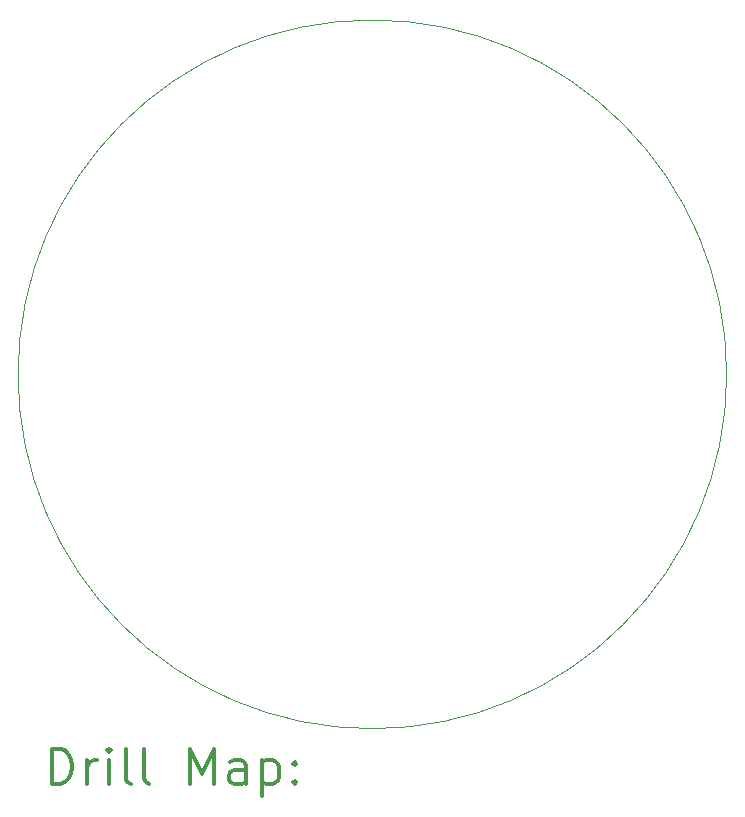
<source format=gbr>
%FSLAX45Y45*%
G04 Gerber Fmt 4.5, Leading zero omitted, Abs format (unit mm)*
G04 Created by KiCad (PCBNEW 5.1.9+dfsg1-1~bpo10+1) date 2022-05-07 14:54:36*
%MOMM*%
%LPD*%
G01*
G04 APERTURE LIST*
%TA.AperFunction,Profile*%
%ADD10C,0.050000*%
%TD*%
%ADD11C,0.200000*%
%ADD12C,0.300000*%
G04 APERTURE END LIST*
D10*
X17130000Y-9658000D02*
G75*
G03*
X17130000Y-9658000I-3000000J0D01*
G01*
D11*
D12*
X11413928Y-13126214D02*
X11413928Y-12826214D01*
X11485357Y-12826214D01*
X11528214Y-12840500D01*
X11556786Y-12869071D01*
X11571071Y-12897643D01*
X11585357Y-12954786D01*
X11585357Y-12997643D01*
X11571071Y-13054786D01*
X11556786Y-13083357D01*
X11528214Y-13111929D01*
X11485357Y-13126214D01*
X11413928Y-13126214D01*
X11713928Y-13126214D02*
X11713928Y-12926214D01*
X11713928Y-12983357D02*
X11728214Y-12954786D01*
X11742500Y-12940500D01*
X11771071Y-12926214D01*
X11799643Y-12926214D01*
X11899643Y-13126214D02*
X11899643Y-12926214D01*
X11899643Y-12826214D02*
X11885357Y-12840500D01*
X11899643Y-12854786D01*
X11913928Y-12840500D01*
X11899643Y-12826214D01*
X11899643Y-12854786D01*
X12085357Y-13126214D02*
X12056786Y-13111929D01*
X12042500Y-13083357D01*
X12042500Y-12826214D01*
X12242500Y-13126214D02*
X12213928Y-13111929D01*
X12199643Y-13083357D01*
X12199643Y-12826214D01*
X12585357Y-13126214D02*
X12585357Y-12826214D01*
X12685357Y-13040500D01*
X12785357Y-12826214D01*
X12785357Y-13126214D01*
X13056786Y-13126214D02*
X13056786Y-12969071D01*
X13042500Y-12940500D01*
X13013928Y-12926214D01*
X12956786Y-12926214D01*
X12928214Y-12940500D01*
X13056786Y-13111929D02*
X13028214Y-13126214D01*
X12956786Y-13126214D01*
X12928214Y-13111929D01*
X12913928Y-13083357D01*
X12913928Y-13054786D01*
X12928214Y-13026214D01*
X12956786Y-13011929D01*
X13028214Y-13011929D01*
X13056786Y-12997643D01*
X13199643Y-12926214D02*
X13199643Y-13226214D01*
X13199643Y-12940500D02*
X13228214Y-12926214D01*
X13285357Y-12926214D01*
X13313928Y-12940500D01*
X13328214Y-12954786D01*
X13342500Y-12983357D01*
X13342500Y-13069071D01*
X13328214Y-13097643D01*
X13313928Y-13111929D01*
X13285357Y-13126214D01*
X13228214Y-13126214D01*
X13199643Y-13111929D01*
X13471071Y-13097643D02*
X13485357Y-13111929D01*
X13471071Y-13126214D01*
X13456786Y-13111929D01*
X13471071Y-13097643D01*
X13471071Y-13126214D01*
X13471071Y-12940500D02*
X13485357Y-12954786D01*
X13471071Y-12969071D01*
X13456786Y-12954786D01*
X13471071Y-12940500D01*
X13471071Y-12969071D01*
M02*

</source>
